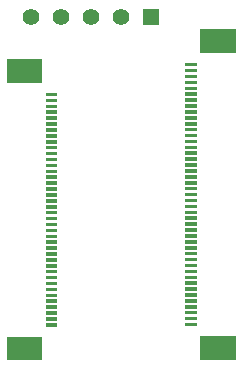
<source format=gts>
G04 (created by PCBNEW (22-Jun-2014 BZR 4027)-stable) date Thu 28 Jun 2018 06:00:14 PM CST*
%MOIN*%
G04 Gerber Fmt 3.4, Leading zero omitted, Abs format*
%FSLAX34Y34*%
G01*
G70*
G90*
G04 APERTURE LIST*
%ADD10C,0.00590551*%
%ADD11R,0.055X0.055*%
%ADD12C,0.055*%
G04 APERTURE END LIST*
G54D10*
G54D11*
X124300Y-94200D03*
G54D12*
X123300Y-94200D03*
X122300Y-94200D03*
X121300Y-94200D03*
X120300Y-94200D03*
G54D10*
G36*
X125846Y-104509D02*
X125453Y-104509D01*
X125453Y-104390D01*
X125846Y-104390D01*
X125846Y-104509D01*
X125846Y-104509D01*
G37*
G36*
X125846Y-104312D02*
X125453Y-104312D01*
X125453Y-104194D01*
X125846Y-104194D01*
X125846Y-104312D01*
X125846Y-104312D01*
G37*
G36*
X125846Y-104115D02*
X125453Y-104115D01*
X125453Y-103997D01*
X125846Y-103997D01*
X125846Y-104115D01*
X125846Y-104115D01*
G37*
G36*
X125846Y-103918D02*
X125453Y-103918D01*
X125453Y-103800D01*
X125846Y-103800D01*
X125846Y-103918D01*
X125846Y-103918D01*
G37*
G36*
X125846Y-103721D02*
X125453Y-103721D01*
X125453Y-103603D01*
X125846Y-103603D01*
X125846Y-103721D01*
X125846Y-103721D01*
G37*
G36*
X125846Y-103524D02*
X125453Y-103524D01*
X125453Y-103406D01*
X125846Y-103406D01*
X125846Y-103524D01*
X125846Y-103524D01*
G37*
G36*
X125846Y-103327D02*
X125453Y-103327D01*
X125453Y-103209D01*
X125846Y-103209D01*
X125846Y-103327D01*
X125846Y-103327D01*
G37*
G36*
X125846Y-103131D02*
X125453Y-103131D01*
X125453Y-103012D01*
X125846Y-103012D01*
X125846Y-103131D01*
X125846Y-103131D01*
G37*
G36*
X125846Y-102934D02*
X125453Y-102934D01*
X125453Y-102816D01*
X125846Y-102816D01*
X125846Y-102934D01*
X125846Y-102934D01*
G37*
G36*
X125846Y-102737D02*
X125453Y-102737D01*
X125453Y-102619D01*
X125846Y-102619D01*
X125846Y-102737D01*
X125846Y-102737D01*
G37*
G36*
X125846Y-102540D02*
X125453Y-102540D01*
X125453Y-102422D01*
X125846Y-102422D01*
X125846Y-102540D01*
X125846Y-102540D01*
G37*
G36*
X125846Y-102343D02*
X125453Y-102343D01*
X125453Y-102225D01*
X125846Y-102225D01*
X125846Y-102343D01*
X125846Y-102343D01*
G37*
G36*
X125846Y-102146D02*
X125453Y-102146D01*
X125453Y-102028D01*
X125846Y-102028D01*
X125846Y-102146D01*
X125846Y-102146D01*
G37*
G36*
X125846Y-101950D02*
X125453Y-101950D01*
X125453Y-101831D01*
X125846Y-101831D01*
X125846Y-101950D01*
X125846Y-101950D01*
G37*
G36*
X125846Y-101753D02*
X125453Y-101753D01*
X125453Y-101635D01*
X125846Y-101635D01*
X125846Y-101753D01*
X125846Y-101753D01*
G37*
G36*
X125846Y-101556D02*
X125453Y-101556D01*
X125453Y-101438D01*
X125846Y-101438D01*
X125846Y-101556D01*
X125846Y-101556D01*
G37*
G36*
X125846Y-101359D02*
X125453Y-101359D01*
X125453Y-101241D01*
X125846Y-101241D01*
X125846Y-101359D01*
X125846Y-101359D01*
G37*
G36*
X125846Y-101162D02*
X125453Y-101162D01*
X125453Y-101044D01*
X125846Y-101044D01*
X125846Y-101162D01*
X125846Y-101162D01*
G37*
G36*
X125846Y-100965D02*
X125453Y-100965D01*
X125453Y-100847D01*
X125846Y-100847D01*
X125846Y-100965D01*
X125846Y-100965D01*
G37*
G36*
X125846Y-100768D02*
X125453Y-100768D01*
X125453Y-100650D01*
X125846Y-100650D01*
X125846Y-100768D01*
X125846Y-100768D01*
G37*
G36*
X125846Y-100572D02*
X125453Y-100572D01*
X125453Y-100453D01*
X125846Y-100453D01*
X125846Y-100572D01*
X125846Y-100572D01*
G37*
G36*
X125846Y-100375D02*
X125453Y-100375D01*
X125453Y-100257D01*
X125846Y-100257D01*
X125846Y-100375D01*
X125846Y-100375D01*
G37*
G36*
X125846Y-100178D02*
X125453Y-100178D01*
X125453Y-100060D01*
X125846Y-100060D01*
X125846Y-100178D01*
X125846Y-100178D01*
G37*
G36*
X125846Y-99981D02*
X125453Y-99981D01*
X125453Y-99863D01*
X125846Y-99863D01*
X125846Y-99981D01*
X125846Y-99981D01*
G37*
G36*
X125846Y-99784D02*
X125453Y-99784D01*
X125453Y-99666D01*
X125846Y-99666D01*
X125846Y-99784D01*
X125846Y-99784D01*
G37*
G36*
X125846Y-99587D02*
X125453Y-99587D01*
X125453Y-99469D01*
X125846Y-99469D01*
X125846Y-99587D01*
X125846Y-99587D01*
G37*
G36*
X125846Y-99390D02*
X125453Y-99390D01*
X125453Y-99272D01*
X125846Y-99272D01*
X125846Y-99390D01*
X125846Y-99390D01*
G37*
G36*
X125846Y-99194D02*
X125453Y-99194D01*
X125453Y-99075D01*
X125846Y-99075D01*
X125846Y-99194D01*
X125846Y-99194D01*
G37*
G36*
X125846Y-98997D02*
X125453Y-98997D01*
X125453Y-98879D01*
X125846Y-98879D01*
X125846Y-98997D01*
X125846Y-98997D01*
G37*
G36*
X125846Y-98800D02*
X125453Y-98800D01*
X125453Y-98682D01*
X125846Y-98682D01*
X125846Y-98800D01*
X125846Y-98800D01*
G37*
G36*
X125846Y-98603D02*
X125453Y-98603D01*
X125453Y-98485D01*
X125846Y-98485D01*
X125846Y-98603D01*
X125846Y-98603D01*
G37*
G36*
X125846Y-98406D02*
X125453Y-98406D01*
X125453Y-98288D01*
X125846Y-98288D01*
X125846Y-98406D01*
X125846Y-98406D01*
G37*
G36*
X125846Y-98209D02*
X125453Y-98209D01*
X125453Y-98091D01*
X125846Y-98091D01*
X125846Y-98209D01*
X125846Y-98209D01*
G37*
G36*
X125846Y-98012D02*
X125453Y-98012D01*
X125453Y-97894D01*
X125846Y-97894D01*
X125846Y-98012D01*
X125846Y-98012D01*
G37*
G36*
X125846Y-97816D02*
X125453Y-97816D01*
X125453Y-97698D01*
X125846Y-97698D01*
X125846Y-97816D01*
X125846Y-97816D01*
G37*
G36*
X125846Y-97619D02*
X125453Y-97619D01*
X125453Y-97501D01*
X125846Y-97501D01*
X125846Y-97619D01*
X125846Y-97619D01*
G37*
G36*
X125846Y-97422D02*
X125453Y-97422D01*
X125453Y-97304D01*
X125846Y-97304D01*
X125846Y-97422D01*
X125846Y-97422D01*
G37*
G36*
X125846Y-97225D02*
X125453Y-97225D01*
X125453Y-97107D01*
X125846Y-97107D01*
X125846Y-97225D01*
X125846Y-97225D01*
G37*
G36*
X125846Y-97028D02*
X125453Y-97028D01*
X125453Y-96910D01*
X125846Y-96910D01*
X125846Y-97028D01*
X125846Y-97028D01*
G37*
G36*
X125846Y-96831D02*
X125453Y-96831D01*
X125453Y-96713D01*
X125846Y-96713D01*
X125846Y-96831D01*
X125846Y-96831D01*
G37*
G36*
X125846Y-96635D02*
X125453Y-96635D01*
X125453Y-96516D01*
X125846Y-96516D01*
X125846Y-96635D01*
X125846Y-96635D01*
G37*
G36*
X125846Y-96438D02*
X125453Y-96438D01*
X125453Y-96320D01*
X125846Y-96320D01*
X125846Y-96438D01*
X125846Y-96438D01*
G37*
G36*
X125846Y-96241D02*
X125453Y-96241D01*
X125453Y-96123D01*
X125846Y-96123D01*
X125846Y-96241D01*
X125846Y-96241D01*
G37*
G36*
X125846Y-96044D02*
X125453Y-96044D01*
X125453Y-95926D01*
X125846Y-95926D01*
X125846Y-96044D01*
X125846Y-96044D01*
G37*
G36*
X125846Y-95847D02*
X125453Y-95847D01*
X125453Y-95729D01*
X125846Y-95729D01*
X125846Y-95847D01*
X125846Y-95847D01*
G37*
G36*
X127146Y-105631D02*
X125964Y-105631D01*
X125964Y-104843D01*
X127146Y-104843D01*
X127146Y-105631D01*
X127146Y-105631D01*
G37*
G36*
X127146Y-95394D02*
X125964Y-95394D01*
X125964Y-94607D01*
X127146Y-94607D01*
X127146Y-95394D01*
X127146Y-95394D01*
G37*
G36*
X120803Y-96725D02*
X121196Y-96725D01*
X121196Y-96843D01*
X120803Y-96843D01*
X120803Y-96725D01*
X120803Y-96725D01*
G37*
G36*
X120803Y-96922D02*
X121196Y-96922D01*
X121196Y-97040D01*
X120803Y-97040D01*
X120803Y-96922D01*
X120803Y-96922D01*
G37*
G36*
X120803Y-97118D02*
X121196Y-97118D01*
X121196Y-97237D01*
X120803Y-97237D01*
X120803Y-97118D01*
X120803Y-97118D01*
G37*
G36*
X120803Y-97315D02*
X121196Y-97315D01*
X121196Y-97433D01*
X120803Y-97433D01*
X120803Y-97315D01*
X120803Y-97315D01*
G37*
G36*
X120803Y-97512D02*
X121196Y-97512D01*
X121196Y-97630D01*
X120803Y-97630D01*
X120803Y-97512D01*
X120803Y-97512D01*
G37*
G36*
X120803Y-97709D02*
X121196Y-97709D01*
X121196Y-97827D01*
X120803Y-97827D01*
X120803Y-97709D01*
X120803Y-97709D01*
G37*
G36*
X120803Y-97906D02*
X121196Y-97906D01*
X121196Y-98024D01*
X120803Y-98024D01*
X120803Y-97906D01*
X120803Y-97906D01*
G37*
G36*
X120803Y-98103D02*
X121196Y-98103D01*
X121196Y-98221D01*
X120803Y-98221D01*
X120803Y-98103D01*
X120803Y-98103D01*
G37*
G36*
X120803Y-98300D02*
X121196Y-98300D01*
X121196Y-98418D01*
X120803Y-98418D01*
X120803Y-98300D01*
X120803Y-98300D01*
G37*
G36*
X120803Y-98496D02*
X121196Y-98496D01*
X121196Y-98614D01*
X120803Y-98614D01*
X120803Y-98496D01*
X120803Y-98496D01*
G37*
G36*
X120803Y-98693D02*
X121196Y-98693D01*
X121196Y-98811D01*
X120803Y-98811D01*
X120803Y-98693D01*
X120803Y-98693D01*
G37*
G36*
X120803Y-98890D02*
X121196Y-98890D01*
X121196Y-99008D01*
X120803Y-99008D01*
X120803Y-98890D01*
X120803Y-98890D01*
G37*
G36*
X120803Y-99087D02*
X121196Y-99087D01*
X121196Y-99205D01*
X120803Y-99205D01*
X120803Y-99087D01*
X120803Y-99087D01*
G37*
G36*
X120803Y-99284D02*
X121196Y-99284D01*
X121196Y-99402D01*
X120803Y-99402D01*
X120803Y-99284D01*
X120803Y-99284D01*
G37*
G36*
X120803Y-99481D02*
X121196Y-99481D01*
X121196Y-99599D01*
X120803Y-99599D01*
X120803Y-99481D01*
X120803Y-99481D01*
G37*
G36*
X120803Y-99677D02*
X121196Y-99677D01*
X121196Y-99796D01*
X120803Y-99796D01*
X120803Y-99677D01*
X120803Y-99677D01*
G37*
G36*
X120803Y-99874D02*
X121196Y-99874D01*
X121196Y-99992D01*
X120803Y-99992D01*
X120803Y-99874D01*
X120803Y-99874D01*
G37*
G36*
X120803Y-100071D02*
X121196Y-100071D01*
X121196Y-100189D01*
X120803Y-100189D01*
X120803Y-100071D01*
X120803Y-100071D01*
G37*
G36*
X120803Y-100268D02*
X121196Y-100268D01*
X121196Y-100386D01*
X120803Y-100386D01*
X120803Y-100268D01*
X120803Y-100268D01*
G37*
G36*
X120803Y-100465D02*
X121196Y-100465D01*
X121196Y-100583D01*
X120803Y-100583D01*
X120803Y-100465D01*
X120803Y-100465D01*
G37*
G36*
X120803Y-100662D02*
X121196Y-100662D01*
X121196Y-100780D01*
X120803Y-100780D01*
X120803Y-100662D01*
X120803Y-100662D01*
G37*
G36*
X120803Y-100859D02*
X121196Y-100859D01*
X121196Y-100977D01*
X120803Y-100977D01*
X120803Y-100859D01*
X120803Y-100859D01*
G37*
G36*
X120803Y-101055D02*
X121196Y-101055D01*
X121196Y-101174D01*
X120803Y-101174D01*
X120803Y-101055D01*
X120803Y-101055D01*
G37*
G36*
X120803Y-101252D02*
X121196Y-101252D01*
X121196Y-101370D01*
X120803Y-101370D01*
X120803Y-101252D01*
X120803Y-101252D01*
G37*
G36*
X120803Y-101449D02*
X121196Y-101449D01*
X121196Y-101567D01*
X120803Y-101567D01*
X120803Y-101449D01*
X120803Y-101449D01*
G37*
G36*
X120803Y-101646D02*
X121196Y-101646D01*
X121196Y-101764D01*
X120803Y-101764D01*
X120803Y-101646D01*
X120803Y-101646D01*
G37*
G36*
X120803Y-101843D02*
X121196Y-101843D01*
X121196Y-101961D01*
X120803Y-101961D01*
X120803Y-101843D01*
X120803Y-101843D01*
G37*
G36*
X120803Y-102040D02*
X121196Y-102040D01*
X121196Y-102158D01*
X120803Y-102158D01*
X120803Y-102040D01*
X120803Y-102040D01*
G37*
G36*
X120803Y-102237D02*
X121196Y-102237D01*
X121196Y-102355D01*
X120803Y-102355D01*
X120803Y-102237D01*
X120803Y-102237D01*
G37*
G36*
X120803Y-102433D02*
X121196Y-102433D01*
X121196Y-102551D01*
X120803Y-102551D01*
X120803Y-102433D01*
X120803Y-102433D01*
G37*
G36*
X120803Y-102630D02*
X121196Y-102630D01*
X121196Y-102748D01*
X120803Y-102748D01*
X120803Y-102630D01*
X120803Y-102630D01*
G37*
G36*
X120803Y-102827D02*
X121196Y-102827D01*
X121196Y-102945D01*
X120803Y-102945D01*
X120803Y-102827D01*
X120803Y-102827D01*
G37*
G36*
X120803Y-103024D02*
X121196Y-103024D01*
X121196Y-103142D01*
X120803Y-103142D01*
X120803Y-103024D01*
X120803Y-103024D01*
G37*
G36*
X120803Y-103221D02*
X121196Y-103221D01*
X121196Y-103339D01*
X120803Y-103339D01*
X120803Y-103221D01*
X120803Y-103221D01*
G37*
G36*
X120803Y-103418D02*
X121196Y-103418D01*
X121196Y-103536D01*
X120803Y-103536D01*
X120803Y-103418D01*
X120803Y-103418D01*
G37*
G36*
X120803Y-103614D02*
X121196Y-103614D01*
X121196Y-103733D01*
X120803Y-103733D01*
X120803Y-103614D01*
X120803Y-103614D01*
G37*
G36*
X120803Y-103811D02*
X121196Y-103811D01*
X121196Y-103929D01*
X120803Y-103929D01*
X120803Y-103811D01*
X120803Y-103811D01*
G37*
G36*
X120803Y-104008D02*
X121196Y-104008D01*
X121196Y-104126D01*
X120803Y-104126D01*
X120803Y-104008D01*
X120803Y-104008D01*
G37*
G36*
X120803Y-104205D02*
X121196Y-104205D01*
X121196Y-104323D01*
X120803Y-104323D01*
X120803Y-104205D01*
X120803Y-104205D01*
G37*
G36*
X120803Y-104402D02*
X121196Y-104402D01*
X121196Y-104520D01*
X120803Y-104520D01*
X120803Y-104402D01*
X120803Y-104402D01*
G37*
G36*
X119509Y-95606D02*
X120690Y-95606D01*
X120690Y-96393D01*
X119509Y-96393D01*
X119509Y-95606D01*
X119509Y-95606D01*
G37*
G36*
X119503Y-104855D02*
X120685Y-104855D01*
X120685Y-105642D01*
X119503Y-105642D01*
X119503Y-104855D01*
X119503Y-104855D01*
G37*
M02*

</source>
